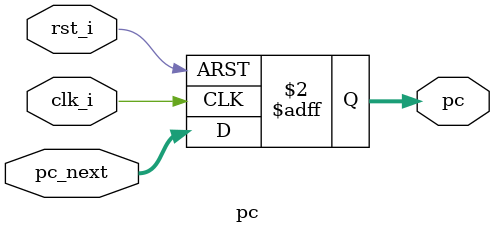
<source format=sv>

module pc #(
   parameter DW = 32
)(
   input  logic clk_i,
   input  logic rst_i,
   input  logic [DW-1:0] pc_next,
   output logic [DW-1:0] pc
);

   always_ff @ (posedge clk_i, posedge rst_i) begin
      if (rst_i) begin
         pc <= 0;
      end else begin
         pc <= pc_next;
      end
   end
endmodule
</source>
